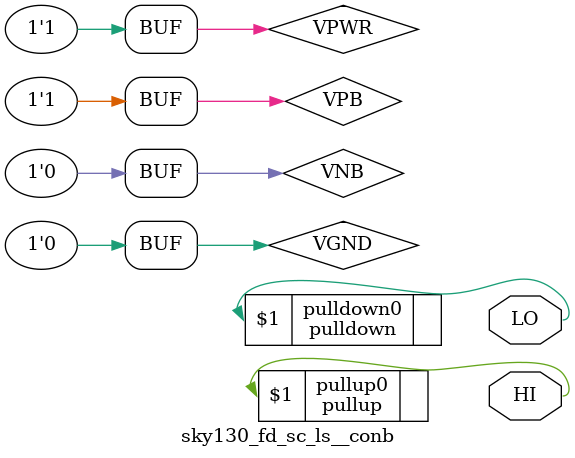
<source format=v>
/*
 * Copyright 2020 The SkyWater PDK Authors
 *
 * Licensed under the Apache License, Version 2.0 (the "License");
 * you may not use this file except in compliance with the License.
 * You may obtain a copy of the License at
 *
 *     https://www.apache.org/licenses/LICENSE-2.0
 *
 * Unless required by applicable law or agreed to in writing, software
 * distributed under the License is distributed on an "AS IS" BASIS,
 * WITHOUT WARRANTIES OR CONDITIONS OF ANY KIND, either express or implied.
 * See the License for the specific language governing permissions and
 * limitations under the License.
 *
 * SPDX-License-Identifier: Apache-2.0
*/


`ifndef SKY130_FD_SC_LS__CONB_TIMING_V
`define SKY130_FD_SC_LS__CONB_TIMING_V

/**
 * conb: Constant value, low, high outputs.
 *
 * Verilog simulation timing model.
 */

`timescale 1ns / 1ps
`default_nettype none

`celldefine
module sky130_fd_sc_ls__conb (
    HI,
    LO
);

    // Module ports
    output HI;
    output LO;

    // Module supplies
    supply1 VPWR;
    supply0 VGND;
    supply1 VPB ;
    supply0 VNB ;

    //       Name       Output
    pullup   pullup0   (HI    );
    pulldown pulldown0 (LO    );

endmodule
`endcelldefine

`default_nettype wire
`endif  // SKY130_FD_SC_LS__CONB_TIMING_V

</source>
